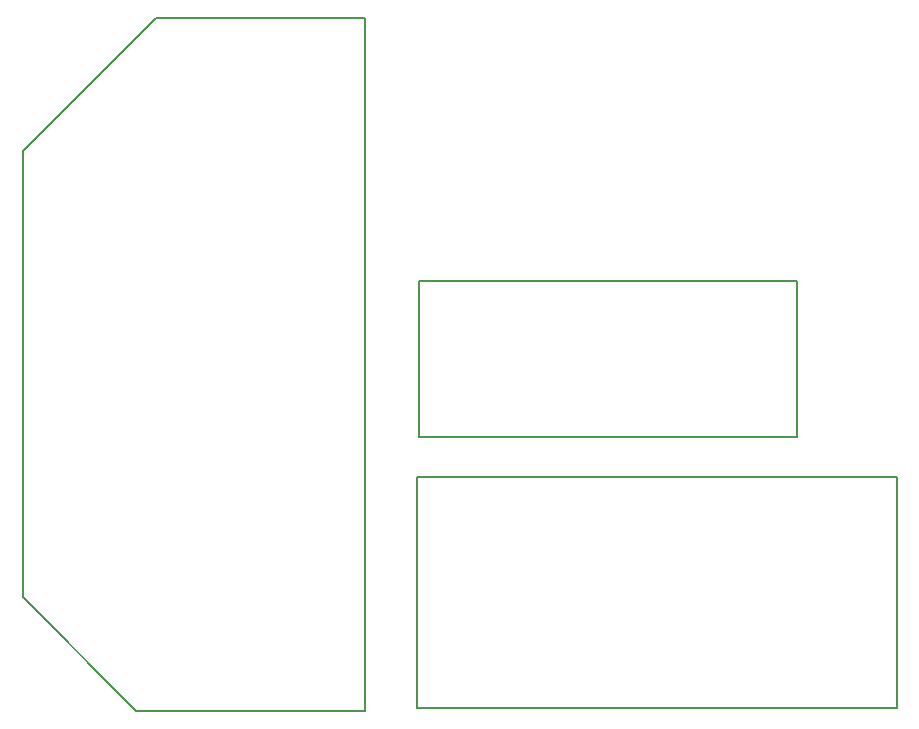
<source format=gbr>
G04 #@! TF.FileFunction,Profile,NP*
%FSLAX46Y46*%
G04 Gerber Fmt 4.6, Leading zero omitted, Abs format (unit mm)*
G04 Created by KiCad (PCBNEW 4.0.2+dfsg1-stable) date Sat 24 Dec 2016 02:51:14 PM EST*
%MOMM*%
G01*
G04 APERTURE LIST*
%ADD10C,0.100000*%
%ADD11C,0.150000*%
G04 APERTURE END LIST*
D10*
D11*
X119888000Y-135826500D02*
X119951500Y-135826500D01*
X119824500Y-135826500D02*
X119888000Y-135826500D01*
X118110000Y-135826500D02*
X119824500Y-135826500D01*
X118046500Y-135763000D02*
X118110000Y-135826500D01*
X108521500Y-126238000D02*
X118046500Y-135763000D01*
X108521500Y-88455500D02*
X108521500Y-126238000D01*
X119824500Y-77152500D02*
X108521500Y-88455500D01*
X119951500Y-77152500D02*
X119824500Y-77152500D01*
X137477500Y-77152500D02*
X119951500Y-77152500D01*
X137477500Y-135826500D02*
X137477500Y-77152500D01*
X137414000Y-135826500D02*
X137477500Y-135826500D01*
X137223500Y-135826500D02*
X137414000Y-135826500D01*
X119888000Y-135826500D02*
X137223500Y-135826500D01*
X142049500Y-112649000D02*
X142303500Y-112649000D01*
X142049500Y-99441000D02*
X142049500Y-112649000D01*
X174053500Y-99441000D02*
X142049500Y-99441000D01*
X174053500Y-99695000D02*
X174053500Y-99441000D01*
X174053500Y-112649000D02*
X174053500Y-99695000D01*
X142049500Y-112649000D02*
X174053500Y-112649000D01*
X141859000Y-116014500D02*
X141859000Y-135572500D01*
X182499000Y-116014500D02*
X141859000Y-116014500D01*
X182499000Y-135572500D02*
X182499000Y-116014500D01*
X141859000Y-135572500D02*
X182499000Y-135572500D01*
M02*

</source>
